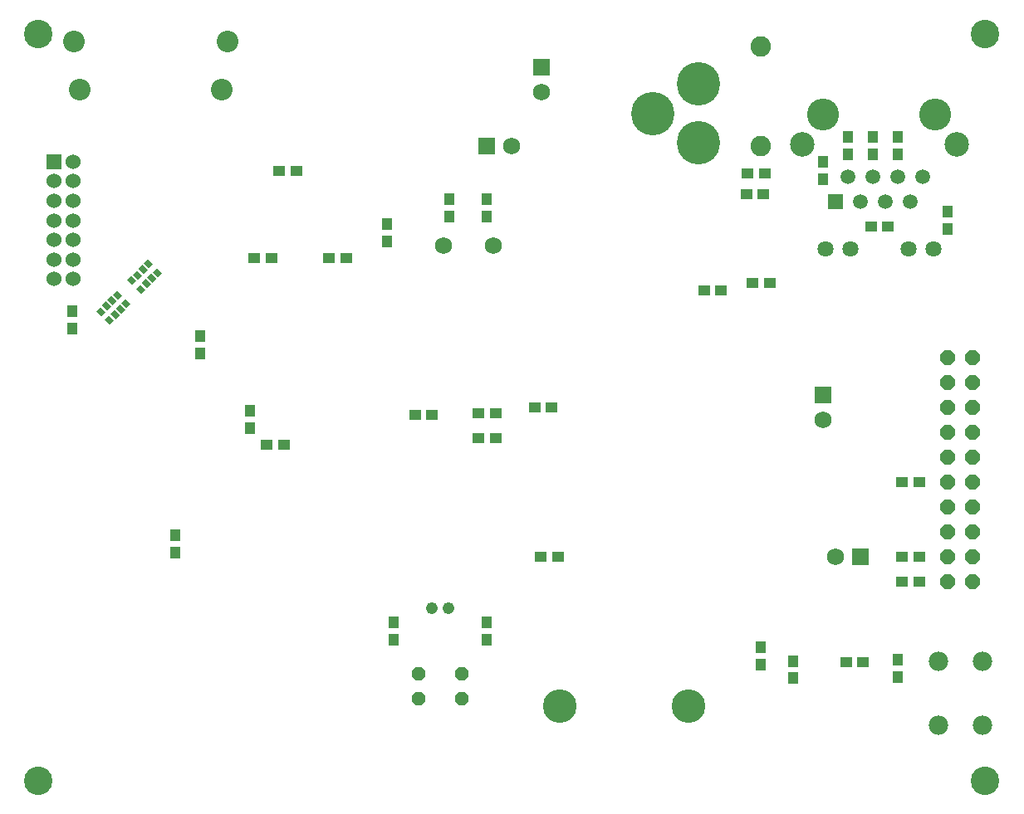
<source format=gbs>
G75*
G70*
%OFA0B0*%
%FSLAX24Y24*%
%IPPOS*%
%LPD*%
%AMOC8*
5,1,8,0,0,1.08239X$1,22.5*
%
%ADD10C,0.1142*%
%ADD11R,0.0594X0.0594*%
%ADD12C,0.0594*%
%ADD13C,0.0642*%
%ADD14C,0.0985*%
%ADD15C,0.1280*%
%ADD16C,0.1740*%
%ADD17C,0.0780*%
%ADD18OC8,0.0600*%
%ADD19R,0.0473X0.0434*%
%ADD20R,0.0434X0.0473*%
%ADD21C,0.0820*%
%ADD22C,0.0867*%
%ADD23C,0.0690*%
%ADD24R,0.0237X0.0296*%
%ADD25R,0.0600X0.0600*%
%ADD26C,0.0600*%
%ADD27C,0.1350*%
%ADD28OC8,0.0560*%
%ADD29C,0.0476*%
%ADD30R,0.0690X0.0690*%
D10*
X001100Y002790D03*
X001100Y032790D03*
X039100Y032790D03*
X039100Y002790D03*
D11*
X033100Y026040D03*
D12*
X034100Y026040D03*
X035100Y026040D03*
X036100Y026040D03*
X035600Y027040D03*
X034600Y027040D03*
X033600Y027040D03*
X036600Y027040D03*
D13*
X037002Y024138D03*
X036002Y024138D03*
X033698Y024138D03*
X032698Y024138D03*
D14*
X031740Y028339D03*
X037960Y028339D03*
D15*
X037100Y029540D03*
X032600Y029540D03*
D16*
X027600Y028396D03*
X025750Y029577D03*
X027600Y030758D03*
D17*
X037210Y007570D03*
X038990Y007570D03*
X038990Y005010D03*
X037210Y005010D03*
D18*
X037600Y010790D03*
X037600Y011790D03*
X037600Y012790D03*
X037600Y013790D03*
X037600Y014790D03*
X037600Y015790D03*
X037600Y016790D03*
X037600Y017790D03*
X037600Y018790D03*
X037600Y019790D03*
X038600Y019790D03*
X038600Y018790D03*
X038600Y017790D03*
X038600Y016790D03*
X038600Y015790D03*
X038600Y014790D03*
X038600Y013790D03*
X038600Y012790D03*
X038600Y011790D03*
X038600Y010790D03*
D19*
X036435Y010790D03*
X035765Y010790D03*
X035765Y011790D03*
X036435Y011790D03*
X036435Y014790D03*
X035765Y014790D03*
X034185Y007540D03*
X033515Y007540D03*
X021935Y011790D03*
X021265Y011790D03*
X019435Y016540D03*
X018765Y016540D03*
X018765Y017540D03*
X019435Y017540D03*
X021015Y017790D03*
X021685Y017790D03*
X016885Y017490D03*
X016215Y017490D03*
X010935Y016290D03*
X010265Y016290D03*
X010435Y023790D03*
X009765Y023790D03*
X012765Y023790D03*
X013435Y023790D03*
X011435Y027290D03*
X010765Y027290D03*
X027815Y022490D03*
X028485Y022490D03*
X029765Y022790D03*
X030435Y022790D03*
X030185Y026340D03*
X029515Y026340D03*
X029565Y027190D03*
X030235Y027190D03*
X034515Y025040D03*
X035185Y025040D03*
D20*
X037600Y024955D03*
X037600Y025624D03*
X035600Y027955D03*
X035600Y028624D03*
X034600Y028624D03*
X034600Y027955D03*
X033600Y027955D03*
X033600Y028624D03*
X032600Y027624D03*
X032600Y026955D03*
X019100Y026124D03*
X019100Y025455D03*
X017600Y025455D03*
X017600Y026124D03*
X015100Y025124D03*
X015100Y024455D03*
X007600Y020624D03*
X007600Y019955D03*
X009600Y017624D03*
X009600Y016955D03*
X006600Y012624D03*
X006600Y011955D03*
X015350Y009124D03*
X015350Y008455D03*
X019100Y008455D03*
X019100Y009124D03*
X030100Y008124D03*
X030100Y007455D03*
X031400Y007574D03*
X031400Y006905D03*
X035600Y006955D03*
X035600Y007624D03*
X002450Y020955D03*
X002450Y021624D03*
D21*
X030100Y028290D03*
X030100Y032290D03*
D22*
X008691Y032469D03*
X008454Y030540D03*
X002746Y030540D03*
X002509Y032469D03*
D23*
X017350Y024290D03*
X019350Y024290D03*
X020100Y028290D03*
X021300Y030440D03*
X032600Y017290D03*
X033100Y011790D03*
D24*
G36*
X005670Y023221D02*
X005837Y023388D01*
X006046Y023179D01*
X005879Y023012D01*
X005670Y023221D01*
G37*
G36*
X005447Y022998D02*
X005614Y023165D01*
X005823Y022956D01*
X005656Y022789D01*
X005447Y022998D01*
G37*
G36*
X005225Y022775D02*
X005392Y022942D01*
X005601Y022733D01*
X005434Y022566D01*
X005225Y022775D01*
G37*
G36*
X005002Y022553D02*
X005169Y022720D01*
X005378Y022511D01*
X005211Y022344D01*
X005002Y022553D01*
G37*
G36*
X004654Y022901D02*
X004821Y023068D01*
X005030Y022859D01*
X004863Y022692D01*
X004654Y022901D01*
G37*
G36*
X004877Y023123D02*
X005044Y023290D01*
X005253Y023081D01*
X005086Y022914D01*
X004877Y023123D01*
G37*
G36*
X005099Y023346D02*
X005266Y023513D01*
X005475Y023304D01*
X005308Y023137D01*
X005099Y023346D01*
G37*
G36*
X005322Y023569D02*
X005489Y023736D01*
X005698Y023527D01*
X005531Y023360D01*
X005322Y023569D01*
G37*
G36*
X004072Y022319D02*
X004239Y022486D01*
X004448Y022277D01*
X004281Y022110D01*
X004072Y022319D01*
G37*
G36*
X003849Y022096D02*
X004016Y022263D01*
X004225Y022054D01*
X004058Y021887D01*
X003849Y022096D01*
G37*
G36*
X003627Y021873D02*
X003794Y022040D01*
X004003Y021831D01*
X003836Y021664D01*
X003627Y021873D01*
G37*
G36*
X003404Y021651D02*
X003571Y021818D01*
X003780Y021609D01*
X003613Y021442D01*
X003404Y021651D01*
G37*
G36*
X003752Y021303D02*
X003919Y021470D01*
X004128Y021261D01*
X003961Y021094D01*
X003752Y021303D01*
G37*
G36*
X003975Y021525D02*
X004142Y021692D01*
X004351Y021483D01*
X004184Y021316D01*
X003975Y021525D01*
G37*
G36*
X004197Y021748D02*
X004364Y021915D01*
X004573Y021706D01*
X004406Y021539D01*
X004197Y021748D01*
G37*
G36*
X004420Y021971D02*
X004587Y022138D01*
X004796Y021929D01*
X004629Y021762D01*
X004420Y021971D01*
G37*
D25*
X001706Y027652D03*
D26*
X001706Y026864D03*
X001706Y026077D03*
X002494Y026077D03*
X002494Y026864D03*
X002494Y027652D03*
X002494Y025290D03*
X001706Y025290D03*
X001706Y024502D03*
X001706Y023715D03*
X002494Y023715D03*
X002494Y024502D03*
X002494Y022927D03*
X001706Y022927D03*
D27*
X022015Y005790D03*
X027185Y005790D03*
D28*
X018100Y006090D03*
X018100Y007090D03*
X016350Y007090D03*
X016350Y006090D03*
D29*
X016870Y009702D03*
X017542Y009702D03*
D30*
X032600Y018290D03*
X034100Y011790D03*
X019100Y028290D03*
X021300Y031440D03*
M02*

</source>
